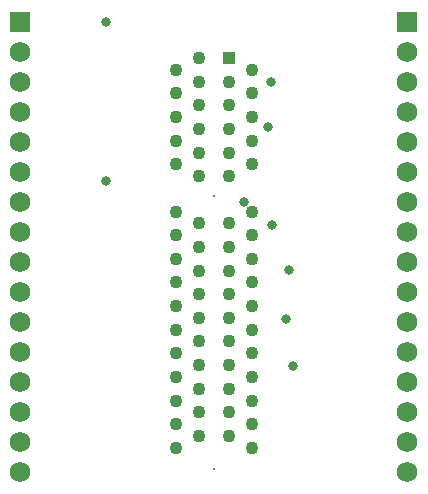
<source format=gbs>
G04 Layer_Color=8150272*
%FSLAX25Y25*%
%MOIN*%
G70*
G01*
G75*
%ADD18C,0.06800*%
%ADD19R,0.06800X0.06800*%
%ADD20C,0.00800*%
%ADD21C,0.04343*%
%ADD22R,0.04343X0.04343*%
%ADD23C,0.03200*%
D18*
X152500Y327500D02*
D03*
Y337500D02*
D03*
Y347500D02*
D03*
Y357500D02*
D03*
Y367500D02*
D03*
Y377500D02*
D03*
Y387500D02*
D03*
Y397500D02*
D03*
Y407500D02*
D03*
Y417500D02*
D03*
Y427500D02*
D03*
Y437500D02*
D03*
Y447500D02*
D03*
Y457500D02*
D03*
Y467500D02*
D03*
X281500Y327500D02*
D03*
Y337500D02*
D03*
Y347500D02*
D03*
Y357500D02*
D03*
Y367500D02*
D03*
Y377500D02*
D03*
Y387500D02*
D03*
Y397500D02*
D03*
Y407500D02*
D03*
Y417500D02*
D03*
Y427500D02*
D03*
Y437500D02*
D03*
Y447500D02*
D03*
Y457500D02*
D03*
Y467500D02*
D03*
D19*
X152500Y477500D02*
D03*
X281500D02*
D03*
D20*
X217000Y419634D02*
D03*
Y328492D02*
D03*
D21*
X204205Y406445D02*
D03*
Y398571D02*
D03*
Y414319D02*
D03*
Y359201D02*
D03*
Y351327D02*
D03*
Y335579D02*
D03*
Y343453D02*
D03*
Y374949D02*
D03*
Y367075D02*
D03*
Y382823D02*
D03*
Y390697D02*
D03*
X212079Y410382D02*
D03*
Y402508D02*
D03*
Y363138D02*
D03*
Y355264D02*
D03*
Y339516D02*
D03*
Y347390D02*
D03*
Y378886D02*
D03*
Y371012D02*
D03*
Y386760D02*
D03*
Y394634D02*
D03*
X221921Y402508D02*
D03*
Y394634D02*
D03*
Y410382D02*
D03*
Y355264D02*
D03*
Y347390D02*
D03*
Y339516D02*
D03*
Y371012D02*
D03*
Y363138D02*
D03*
Y378886D02*
D03*
Y386760D02*
D03*
X229796Y406445D02*
D03*
Y398571D02*
D03*
Y414319D02*
D03*
Y359201D02*
D03*
Y351327D02*
D03*
Y335579D02*
D03*
Y343453D02*
D03*
Y374949D02*
D03*
Y367075D02*
D03*
Y382823D02*
D03*
Y390697D02*
D03*
Y430067D02*
D03*
Y445815D02*
D03*
Y437941D02*
D03*
X221921Y426130D02*
D03*
Y441878D02*
D03*
Y434004D02*
D03*
Y449752D02*
D03*
X212079Y434004D02*
D03*
Y426130D02*
D03*
Y449752D02*
D03*
Y441878D02*
D03*
X204205Y430067D02*
D03*
Y445815D02*
D03*
Y437941D02*
D03*
X229796Y453689D02*
D03*
X221921Y457626D02*
D03*
X229796Y461563D02*
D03*
X204205Y453689D02*
D03*
X212079Y457626D02*
D03*
Y465500D02*
D03*
X204205Y461563D02*
D03*
D22*
X221921Y465500D02*
D03*
D23*
X243500Y363000D02*
D03*
X242000Y395000D02*
D03*
X241000Y378500D02*
D03*
X227000Y417500D02*
D03*
X236500Y410000D02*
D03*
X236000Y457500D02*
D03*
X235000Y442500D02*
D03*
X181000Y424500D02*
D03*
Y477500D02*
D03*
M02*

</source>
